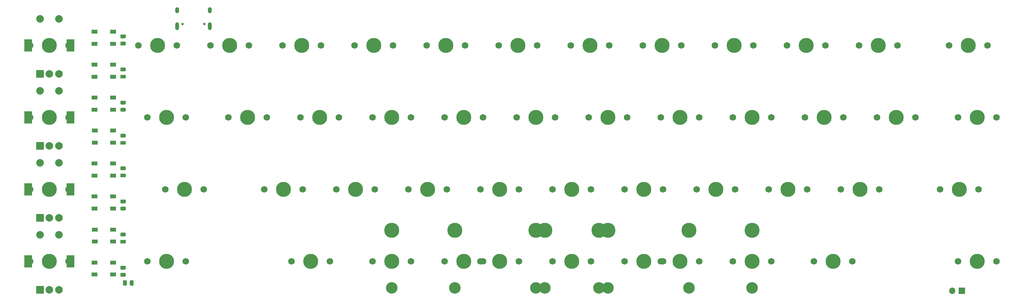
<source format=gbr>
%TF.GenerationSoftware,KiCad,Pcbnew,5.1.9-73d0e3b20d~88~ubuntu20.04.1*%
%TF.CreationDate,2021-02-21T13:43:44-08:00*%
%TF.ProjectId,KB_Lightbar_1,4b425f4c-6967-4687-9462-61725f312e6b,rev?*%
%TF.SameCoordinates,Original*%
%TF.FileFunction,Soldermask,Top*%
%TF.FilePolarity,Negative*%
%FSLAX46Y46*%
G04 Gerber Fmt 4.6, Leading zero omitted, Abs format (unit mm)*
G04 Created by KiCad (PCBNEW 5.1.9-73d0e3b20d~88~ubuntu20.04.1) date 2021-02-21 13:43:44*
%MOMM*%
%LPD*%
G01*
G04 APERTURE LIST*
%ADD10O,1.000000X1.600000*%
%ADD11O,1.000000X2.100000*%
%ADD12C,0.650000*%
%ADD13C,1.750000*%
%ADD14C,3.987800*%
%ADD15O,1.700000X1.700000*%
%ADD16R,1.700000X1.700000*%
%ADD17R,1.500000X1.000000*%
%ADD18C,3.048000*%
%ADD19C,2.000000*%
%ADD20R,2.000000X3.200000*%
%ADD21R,2.000000X2.000000*%
G04 APERTURE END LIST*
D10*
%TO.C,USB1*%
X51151250Y285531250D03*
X42511250Y285531250D03*
D11*
X51151250Y281351250D03*
X42511250Y281351250D03*
D12*
X43941250Y281881250D03*
X49721250Y281881250D03*
%TD*%
D13*
%TO.C,SW33*%
X151923750Y238125000D03*
X141763750Y238125000D03*
D14*
X146843750Y238125000D03*
%TD*%
%TO.C,C19*%
G36*
G01*
X27719000Y279133000D02*
X28669000Y279133000D01*
G75*
G02*
X28919000Y278883000I0J-250000D01*
G01*
X28919000Y278383000D01*
G75*
G02*
X28669000Y278133000I-250000J0D01*
G01*
X27719000Y278133000D01*
G75*
G02*
X27469000Y278383000I0J250000D01*
G01*
X27469000Y278883000D01*
G75*
G02*
X27719000Y279133000I250000J0D01*
G01*
G37*
G36*
G01*
X27719000Y277233000D02*
X28669000Y277233000D01*
G75*
G02*
X28919000Y276983000I0J-250000D01*
G01*
X28919000Y276483000D01*
G75*
G02*
X28669000Y276233000I-250000J0D01*
G01*
X27719000Y276233000D01*
G75*
G02*
X27469000Y276483000I0J250000D01*
G01*
X27469000Y276983000D01*
G75*
G02*
X27719000Y277233000I250000J0D01*
G01*
G37*
%TD*%
%TO.C,C18*%
G36*
G01*
X27719000Y270370000D02*
X28669000Y270370000D01*
G75*
G02*
X28919000Y270120000I0J-250000D01*
G01*
X28919000Y269620000D01*
G75*
G02*
X28669000Y269370000I-250000J0D01*
G01*
X27719000Y269370000D01*
G75*
G02*
X27469000Y269620000I0J250000D01*
G01*
X27469000Y270120000D01*
G75*
G02*
X27719000Y270370000I250000J0D01*
G01*
G37*
G36*
G01*
X27719000Y268470000D02*
X28669000Y268470000D01*
G75*
G02*
X28919000Y268220000I0J-250000D01*
G01*
X28919000Y267720000D01*
G75*
G02*
X28669000Y267470000I-250000J0D01*
G01*
X27719000Y267470000D01*
G75*
G02*
X27469000Y267720000I0J250000D01*
G01*
X27469000Y268220000D01*
G75*
G02*
X27719000Y268470000I250000J0D01*
G01*
G37*
%TD*%
%TO.C,C17*%
G36*
G01*
X27719000Y261607000D02*
X28669000Y261607000D01*
G75*
G02*
X28919000Y261357000I0J-250000D01*
G01*
X28919000Y260857000D01*
G75*
G02*
X28669000Y260607000I-250000J0D01*
G01*
X27719000Y260607000D01*
G75*
G02*
X27469000Y260857000I0J250000D01*
G01*
X27469000Y261357000D01*
G75*
G02*
X27719000Y261607000I250000J0D01*
G01*
G37*
G36*
G01*
X27719000Y259707000D02*
X28669000Y259707000D01*
G75*
G02*
X28919000Y259457000I0J-250000D01*
G01*
X28919000Y258957000D01*
G75*
G02*
X28669000Y258707000I-250000J0D01*
G01*
X27719000Y258707000D01*
G75*
G02*
X27469000Y258957000I0J250000D01*
G01*
X27469000Y259457000D01*
G75*
G02*
X27719000Y259707000I250000J0D01*
G01*
G37*
%TD*%
%TO.C,C16*%
G36*
G01*
X27719000Y252844000D02*
X28669000Y252844000D01*
G75*
G02*
X28919000Y252594000I0J-250000D01*
G01*
X28919000Y252094000D01*
G75*
G02*
X28669000Y251844000I-250000J0D01*
G01*
X27719000Y251844000D01*
G75*
G02*
X27469000Y252094000I0J250000D01*
G01*
X27469000Y252594000D01*
G75*
G02*
X27719000Y252844000I250000J0D01*
G01*
G37*
G36*
G01*
X27719000Y250944000D02*
X28669000Y250944000D01*
G75*
G02*
X28919000Y250694000I0J-250000D01*
G01*
X28919000Y250194000D01*
G75*
G02*
X28669000Y249944000I-250000J0D01*
G01*
X27719000Y249944000D01*
G75*
G02*
X27469000Y250194000I0J250000D01*
G01*
X27469000Y250694000D01*
G75*
G02*
X27719000Y250944000I250000J0D01*
G01*
G37*
%TD*%
%TO.C,C15*%
G36*
G01*
X27719000Y244208000D02*
X28669000Y244208000D01*
G75*
G02*
X28919000Y243958000I0J-250000D01*
G01*
X28919000Y243458000D01*
G75*
G02*
X28669000Y243208000I-250000J0D01*
G01*
X27719000Y243208000D01*
G75*
G02*
X27469000Y243458000I0J250000D01*
G01*
X27469000Y243958000D01*
G75*
G02*
X27719000Y244208000I250000J0D01*
G01*
G37*
G36*
G01*
X27719000Y242308000D02*
X28669000Y242308000D01*
G75*
G02*
X28919000Y242058000I0J-250000D01*
G01*
X28919000Y241558000D01*
G75*
G02*
X28669000Y241308000I-250000J0D01*
G01*
X27719000Y241308000D01*
G75*
G02*
X27469000Y241558000I0J250000D01*
G01*
X27469000Y242058000D01*
G75*
G02*
X27719000Y242308000I250000J0D01*
G01*
G37*
%TD*%
%TO.C,C14*%
G36*
G01*
X27719000Y235445000D02*
X28669000Y235445000D01*
G75*
G02*
X28919000Y235195000I0J-250000D01*
G01*
X28919000Y234695000D01*
G75*
G02*
X28669000Y234445000I-250000J0D01*
G01*
X27719000Y234445000D01*
G75*
G02*
X27469000Y234695000I0J250000D01*
G01*
X27469000Y235195000D01*
G75*
G02*
X27719000Y235445000I250000J0D01*
G01*
G37*
G36*
G01*
X27719000Y233545000D02*
X28669000Y233545000D01*
G75*
G02*
X28919000Y233295000I0J-250000D01*
G01*
X28919000Y232795000D01*
G75*
G02*
X28669000Y232545000I-250000J0D01*
G01*
X27719000Y232545000D01*
G75*
G02*
X27469000Y232795000I0J250000D01*
G01*
X27469000Y233295000D01*
G75*
G02*
X27719000Y233545000I250000J0D01*
G01*
G37*
%TD*%
%TO.C,C13*%
G36*
G01*
X27719000Y226682000D02*
X28669000Y226682000D01*
G75*
G02*
X28919000Y226432000I0J-250000D01*
G01*
X28919000Y225932000D01*
G75*
G02*
X28669000Y225682000I-250000J0D01*
G01*
X27719000Y225682000D01*
G75*
G02*
X27469000Y225932000I0J250000D01*
G01*
X27469000Y226432000D01*
G75*
G02*
X27719000Y226682000I250000J0D01*
G01*
G37*
G36*
G01*
X27719000Y224782000D02*
X28669000Y224782000D01*
G75*
G02*
X28919000Y224532000I0J-250000D01*
G01*
X28919000Y224032000D01*
G75*
G02*
X28669000Y223782000I-250000J0D01*
G01*
X27719000Y223782000D01*
G75*
G02*
X27469000Y224032000I0J250000D01*
G01*
X27469000Y224532000D01*
G75*
G02*
X27719000Y224782000I250000J0D01*
G01*
G37*
%TD*%
%TO.C,C12*%
G36*
G01*
X27719000Y217919000D02*
X28669000Y217919000D01*
G75*
G02*
X28919000Y217669000I0J-250000D01*
G01*
X28919000Y217169000D01*
G75*
G02*
X28669000Y216919000I-250000J0D01*
G01*
X27719000Y216919000D01*
G75*
G02*
X27469000Y217169000I0J250000D01*
G01*
X27469000Y217669000D01*
G75*
G02*
X27719000Y217919000I250000J0D01*
G01*
G37*
G36*
G01*
X27719000Y216019000D02*
X28669000Y216019000D01*
G75*
G02*
X28919000Y215769000I0J-250000D01*
G01*
X28919000Y215269000D01*
G75*
G02*
X28669000Y215019000I-250000J0D01*
G01*
X27719000Y215019000D01*
G75*
G02*
X27469000Y215269000I0J250000D01*
G01*
X27469000Y215769000D01*
G75*
G02*
X27719000Y216019000I250000J0D01*
G01*
G37*
%TD*%
D15*
%TO.C,J1*%
X247396000Y211328000D03*
D16*
X249936000Y211328000D03*
%TD*%
%TO.C,R8*%
G36*
G01*
X31016000Y213810002D02*
X31016000Y212909998D01*
G75*
G02*
X30766002Y212660000I-249998J0D01*
G01*
X30240998Y212660000D01*
G75*
G02*
X29991000Y212909998I0J249998D01*
G01*
X29991000Y213810002D01*
G75*
G02*
X30240998Y214060000I249998J0D01*
G01*
X30766002Y214060000D01*
G75*
G02*
X31016000Y213810002I0J-249998D01*
G01*
G37*
G36*
G01*
X29191000Y213810002D02*
X29191000Y212909998D01*
G75*
G02*
X28941002Y212660000I-249998J0D01*
G01*
X28415998Y212660000D01*
G75*
G02*
X28166000Y212909998I0J249998D01*
G01*
X28166000Y213810002D01*
G75*
G02*
X28415998Y214060000I249998J0D01*
G01*
X28941002Y214060000D01*
G75*
G02*
X29191000Y213810002I0J-249998D01*
G01*
G37*
%TD*%
D17*
%TO.C,RGB7*%
X20632249Y271157501D03*
X20632249Y267957501D03*
X25532249Y271157501D03*
X25532249Y267957501D03*
%TD*%
%TO.C,RGB6*%
X20632250Y262426249D03*
X20632250Y259226249D03*
X25532250Y262426249D03*
X25532250Y259226249D03*
%TD*%
%TO.C,RGB5*%
X20701000Y253682500D03*
X20701000Y250482500D03*
X25601000Y253682500D03*
X25601000Y250482500D03*
%TD*%
%TO.C,RGB4*%
X20632250Y244963750D03*
X20632250Y241763750D03*
X25532250Y244963750D03*
X25532250Y241763750D03*
%TD*%
%TO.C,RGB3*%
X20632250Y236232500D03*
X20632250Y233032500D03*
X25532250Y236232500D03*
X25532250Y233032500D03*
%TD*%
%TO.C,RGB2*%
X20701000Y227501251D03*
X20701000Y224301251D03*
X25601000Y227501251D03*
X25601000Y224301251D03*
%TD*%
%TO.C,RGB8*%
X20632249Y279888750D03*
X20632249Y276688750D03*
X25532249Y279888750D03*
X25532249Y276688750D03*
%TD*%
%TO.C,RGB1*%
X20632250Y218770000D03*
X20632250Y215570000D03*
X25532250Y218770000D03*
X25532250Y215570000D03*
%TD*%
D14*
%TO.C,SW51*%
X194468750Y227330000D03*
X99218750Y227330000D03*
D18*
X194468750Y212090000D03*
X99218750Y212090000D03*
D13*
X151923750Y219075000D03*
X141763750Y219075000D03*
D14*
X146843750Y219075000D03*
%TD*%
%TO.C,SW50*%
X175418750Y219075000D03*
D13*
X170338750Y219075000D03*
X180498750Y219075000D03*
D18*
X156368750Y212090000D03*
X194468750Y212090000D03*
D14*
X156368750Y227330000D03*
X194468750Y227330000D03*
%TD*%
%TO.C,SW49*%
X118268750Y219075000D03*
D13*
X113188750Y219075000D03*
X123348750Y219075000D03*
D18*
X99218750Y212090000D03*
X137318750Y212090000D03*
D14*
X99218750Y227330000D03*
X137318750Y227330000D03*
%TD*%
D13*
%TO.C,SW26*%
X259080000Y257175000D03*
X248920000Y257175000D03*
D14*
X254000000Y257175000D03*
%TD*%
D13*
%TO.C,SW47*%
X259080000Y219075000D03*
X248920000Y219075000D03*
D14*
X254000000Y219075000D03*
%TD*%
D13*
%TO.C,SW46*%
X220980000Y219075000D03*
X210820000Y219075000D03*
D14*
X215900000Y219075000D03*
%TD*%
D13*
%TO.C,SW45*%
X199548750Y219075000D03*
X189388750Y219075000D03*
D14*
X194468750Y219075000D03*
%TD*%
%TO.C,SW44*%
X177800000Y227330000D03*
X153987500Y227330000D03*
D18*
X177800000Y212090000D03*
X153987500Y212090000D03*
D13*
X170973750Y219075000D03*
X160813750Y219075000D03*
D14*
X165893750Y219075000D03*
%TD*%
%TO.C,SW43*%
X139700000Y227330000D03*
X115887500Y227330000D03*
D18*
X139700000Y212090000D03*
X115887500Y212090000D03*
D13*
X132873750Y219075000D03*
X122713750Y219075000D03*
D14*
X127793750Y219075000D03*
%TD*%
D13*
%TO.C,SW42*%
X104298750Y219075000D03*
X94138750Y219075000D03*
D14*
X99218750Y219075000D03*
%TD*%
D13*
%TO.C,SW41*%
X82867500Y219075000D03*
X72707500Y219075000D03*
D14*
X77787500Y219075000D03*
%TD*%
D13*
%TO.C,SW40*%
X44767500Y219075000D03*
X34607500Y219075000D03*
D14*
X39687500Y219075000D03*
%TD*%
D13*
%TO.C,SW39*%
X13811250Y219075000D03*
X3651250Y219075000D03*
D14*
X8731250Y219075000D03*
%TD*%
D13*
%TO.C,SW38*%
X254317500Y238125000D03*
X244157500Y238125000D03*
D14*
X249237500Y238125000D03*
%TD*%
D13*
%TO.C,SW37*%
X228123750Y238125000D03*
X217963750Y238125000D03*
D14*
X223043750Y238125000D03*
%TD*%
D13*
%TO.C,SW36*%
X209073750Y238125000D03*
X198913750Y238125000D03*
D14*
X203993750Y238125000D03*
%TD*%
D13*
%TO.C,SW35*%
X190023750Y238125000D03*
X179863750Y238125000D03*
D14*
X184943750Y238125000D03*
%TD*%
D13*
%TO.C,SW34*%
X170973750Y238125000D03*
X160813750Y238125000D03*
D14*
X165893750Y238125000D03*
%TD*%
D13*
%TO.C,SW32*%
X132873750Y238125000D03*
X122713750Y238125000D03*
D14*
X127793750Y238125000D03*
%TD*%
D13*
%TO.C,SW31*%
X113823750Y238125000D03*
X103663750Y238125000D03*
D14*
X108743750Y238125000D03*
%TD*%
D13*
%TO.C,SW30*%
X94773750Y238125000D03*
X84613750Y238125000D03*
D14*
X89693750Y238125000D03*
%TD*%
D13*
%TO.C,SW29*%
X75723750Y238125000D03*
X65563750Y238125000D03*
D14*
X70643750Y238125000D03*
%TD*%
D13*
%TO.C,SW28*%
X49530000Y238125000D03*
X39370000Y238125000D03*
D14*
X44450000Y238125000D03*
%TD*%
D13*
%TO.C,SW27*%
X13811250Y238125000D03*
X3651250Y238125000D03*
D14*
X8731250Y238125000D03*
%TD*%
D13*
%TO.C,SW25*%
X237648750Y257175000D03*
X227488750Y257175000D03*
D14*
X232568750Y257175000D03*
%TD*%
D13*
%TO.C,SW24*%
X218598750Y257175000D03*
X208438750Y257175000D03*
D14*
X213518750Y257175000D03*
%TD*%
D13*
%TO.C,SW23*%
X199548750Y257175000D03*
X189388750Y257175000D03*
D14*
X194468750Y257175000D03*
%TD*%
D13*
%TO.C,SW22*%
X180498750Y257175000D03*
X170338750Y257175000D03*
D14*
X175418750Y257175000D03*
%TD*%
D13*
%TO.C,SW21*%
X161448750Y257175000D03*
X151288750Y257175000D03*
D14*
X156368750Y257175000D03*
%TD*%
D13*
%TO.C,SW20*%
X142398750Y257175000D03*
X132238750Y257175000D03*
D14*
X137318750Y257175000D03*
%TD*%
D13*
%TO.C,SW19*%
X123348750Y257175000D03*
X113188750Y257175000D03*
D14*
X118268750Y257175000D03*
%TD*%
D13*
%TO.C,SW18*%
X104298750Y257175000D03*
X94138750Y257175000D03*
D14*
X99218750Y257175000D03*
%TD*%
D13*
%TO.C,SW17*%
X85248750Y257175000D03*
X75088750Y257175000D03*
D14*
X80168750Y257175000D03*
%TD*%
D13*
%TO.C,SW16*%
X66198750Y257175000D03*
X56038750Y257175000D03*
D14*
X61118750Y257175000D03*
%TD*%
D13*
%TO.C,SW15*%
X44767500Y257175000D03*
X34607500Y257175000D03*
D14*
X39687500Y257175000D03*
%TD*%
D13*
%TO.C,SW14*%
X13811250Y257175000D03*
X3651250Y257175000D03*
D14*
X8731250Y257175000D03*
%TD*%
D13*
%TO.C,SW13*%
X256698750Y276225000D03*
X246538750Y276225000D03*
D14*
X251618750Y276225000D03*
%TD*%
D13*
%TO.C,SW12*%
X232886250Y276225000D03*
X222726250Y276225000D03*
D14*
X227806250Y276225000D03*
%TD*%
D13*
%TO.C,SW11*%
X213836250Y276225000D03*
X203676250Y276225000D03*
D14*
X208756250Y276225000D03*
%TD*%
D13*
%TO.C,SW10*%
X194786250Y276225000D03*
X184626250Y276225000D03*
D14*
X189706250Y276225000D03*
%TD*%
D13*
%TO.C,SW9*%
X175736250Y276225000D03*
X165576250Y276225000D03*
D14*
X170656250Y276225000D03*
%TD*%
D13*
%TO.C,SW8*%
X156686250Y276225000D03*
X146526250Y276225000D03*
D14*
X151606250Y276225000D03*
%TD*%
D13*
%TO.C,SW7*%
X137636250Y276225000D03*
X127476250Y276225000D03*
D14*
X132556250Y276225000D03*
%TD*%
D13*
%TO.C,SW6*%
X118586250Y276225000D03*
X108426250Y276225000D03*
D14*
X113506250Y276225000D03*
%TD*%
D13*
%TO.C,SW5*%
X99536250Y276225000D03*
X89376250Y276225000D03*
D14*
X94456250Y276225000D03*
%TD*%
D13*
%TO.C,SW4*%
X80486250Y276225000D03*
X70326250Y276225000D03*
D14*
X75406250Y276225000D03*
%TD*%
D13*
%TO.C,SW3*%
X61436250Y276225000D03*
X51276250Y276225000D03*
D14*
X56356250Y276225000D03*
%TD*%
D13*
%TO.C,SW2*%
X42386250Y276225000D03*
X32226250Y276225000D03*
D14*
X37306250Y276225000D03*
%TD*%
D13*
%TO.C,SW1*%
X13811250Y276225000D03*
X3651250Y276225000D03*
D14*
X8731250Y276225000D03*
%TD*%
D19*
%TO.C,RE4*%
X11223000Y226082000D03*
X6223000Y226082000D03*
D20*
X14323000Y219082000D03*
X3123000Y219082000D03*
D19*
X11223000Y211582000D03*
X8723000Y211582000D03*
D21*
X6223000Y211582000D03*
%TD*%
D19*
%TO.C,RE3*%
X11223000Y245132000D03*
X6223000Y245132000D03*
D20*
X14323000Y238132000D03*
X3123000Y238132000D03*
D19*
X11223000Y230632000D03*
X8723000Y230632000D03*
D21*
X6223000Y230632000D03*
%TD*%
D19*
%TO.C,RE2*%
X11223000Y264182000D03*
X6223000Y264182000D03*
D20*
X14323000Y257182000D03*
X3123000Y257182000D03*
D19*
X11223000Y249682000D03*
X8723000Y249682000D03*
D21*
X6223000Y249682000D03*
%TD*%
D19*
%TO.C,RE1*%
X11223000Y283232000D03*
X6223000Y283232000D03*
D20*
X14323000Y276232000D03*
X3123000Y276232000D03*
D19*
X11223000Y268732000D03*
X8723000Y268732000D03*
D21*
X6223000Y268732000D03*
%TD*%
M02*

</source>
